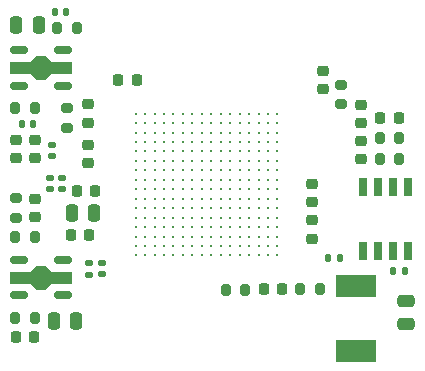
<source format=gbr>
%TF.GenerationSoftware,KiCad,Pcbnew,8.0.4-8.0.4-0~ubuntu20.04.1*%
%TF.CreationDate,2024-10-25T22:34:00+02:00*%
%TF.ProjectId,home_auto,686f6d65-5f61-4757-946f-2e6b69636164,rev?*%
%TF.SameCoordinates,Original*%
%TF.FileFunction,Paste,Top*%
%TF.FilePolarity,Positive*%
%FSLAX46Y46*%
G04 Gerber Fmt 4.6, Leading zero omitted, Abs format (unit mm)*
G04 Created by KiCad (PCBNEW 8.0.4-8.0.4-0~ubuntu20.04.1) date 2024-10-25 22:34:00*
%MOMM*%
%LPD*%
G01*
G04 APERTURE LIST*
G04 Aperture macros list*
%AMRoundRect*
0 Rectangle with rounded corners*
0 $1 Rounding radius*
0 $2 $3 $4 $5 $6 $7 $8 $9 X,Y pos of 4 corners*
0 Add a 4 corners polygon primitive as box body*
4,1,4,$2,$3,$4,$5,$6,$7,$8,$9,$2,$3,0*
0 Add four circle primitives for the rounded corners*
1,1,$1+$1,$2,$3*
1,1,$1+$1,$4,$5*
1,1,$1+$1,$6,$7*
1,1,$1+$1,$8,$9*
0 Add four rect primitives between the rounded corners*
20,1,$1+$1,$2,$3,$4,$5,0*
20,1,$1+$1,$4,$5,$6,$7,0*
20,1,$1+$1,$6,$7,$8,$9,0*
20,1,$1+$1,$8,$9,$2,$3,0*%
%AMFreePoly0*
4,1,13,0.900000,0.500000,2.600000,0.500000,2.600000,-0.500000,0.900000,-0.500000,0.400000,-1.000000,-0.400000,-1.000000,-0.900000,-0.500000,-2.600000,-0.500000,-2.600000,0.500000,-0.900000,0.500000,-0.400000,1.000000,0.400000,1.000000,0.900000,0.500000,0.900000,0.500000,$1*%
G04 Aperture macros list end*
%ADD10RoundRect,0.200000X-0.200000X-0.275000X0.200000X-0.275000X0.200000X0.275000X-0.200000X0.275000X0*%
%ADD11RoundRect,0.250000X-0.250000X-0.475000X0.250000X-0.475000X0.250000X0.475000X-0.250000X0.475000X0*%
%ADD12RoundRect,0.225000X0.250000X-0.225000X0.250000X0.225000X-0.250000X0.225000X-0.250000X-0.225000X0*%
%ADD13RoundRect,0.225000X-0.225000X-0.250000X0.225000X-0.250000X0.225000X0.250000X-0.225000X0.250000X0*%
%ADD14RoundRect,0.200000X0.200000X0.275000X-0.200000X0.275000X-0.200000X-0.275000X0.200000X-0.275000X0*%
%ADD15R,3.400000X1.850000*%
%ADD16RoundRect,0.135000X-0.135000X-0.185000X0.135000X-0.185000X0.135000X0.185000X-0.135000X0.185000X0*%
%ADD17RoundRect,0.225000X-0.250000X0.225000X-0.250000X-0.225000X0.250000X-0.225000X0.250000X0.225000X0*%
%ADD18RoundRect,0.147500X-0.172500X0.147500X-0.172500X-0.147500X0.172500X-0.147500X0.172500X0.147500X0*%
%ADD19RoundRect,0.200000X0.275000X-0.200000X0.275000X0.200000X-0.275000X0.200000X-0.275000X-0.200000X0*%
%ADD20RoundRect,0.140000X-0.140000X-0.170000X0.140000X-0.170000X0.140000X0.170000X-0.140000X0.170000X0*%
%ADD21RoundRect,0.250000X-0.475000X0.250000X-0.475000X-0.250000X0.475000X-0.250000X0.475000X0.250000X0*%
%ADD22RoundRect,0.147500X0.172500X-0.147500X0.172500X0.147500X-0.172500X0.147500X-0.172500X-0.147500X0*%
%ADD23RoundRect,0.250000X0.250000X0.475000X-0.250000X0.475000X-0.250000X-0.475000X0.250000X-0.475000X0*%
%ADD24RoundRect,0.200000X-0.275000X0.200000X-0.275000X-0.200000X0.275000X-0.200000X0.275000X0.200000X0*%
%ADD25R,0.700000X1.525000*%
%ADD26RoundRect,0.175000X-0.575000X-0.175000X0.575000X-0.175000X0.575000X0.175000X-0.575000X0.175000X0*%
%ADD27FreePoly0,0.000000*%
%ADD28RoundRect,0.175000X0.575000X0.175000X-0.575000X0.175000X-0.575000X-0.175000X0.575000X-0.175000X0*%
%ADD29FreePoly0,180.000000*%
%ADD30RoundRect,0.225000X0.225000X0.250000X-0.225000X0.250000X-0.225000X-0.250000X0.225000X-0.250000X0*%
%ADD31RoundRect,0.147500X-0.147500X-0.172500X0.147500X-0.172500X0.147500X0.172500X-0.147500X0.172500X0*%
%ADD32RoundRect,0.140000X0.140000X0.170000X-0.140000X0.170000X-0.140000X-0.170000X0.140000X-0.170000X0*%
%ADD33C,0.320000*%
%ADD34RoundRect,0.140000X-0.170000X0.140000X-0.170000X-0.140000X0.170000X-0.140000X0.170000X0.140000X0*%
G04 APERTURE END LIST*
D10*
%TO.C,R3*%
X107900000Y-96575000D03*
X106250000Y-96575000D03*
%TD*%
D11*
%TO.C,C26*%
X78650000Y-110275000D03*
X80550000Y-110275000D03*
%TD*%
D12*
%TO.C,C24*%
X77075000Y-101500000D03*
X77075000Y-99950000D03*
%TD*%
D13*
%TO.C,C5*%
X107850000Y-93125000D03*
X106300000Y-93125000D03*
%TD*%
D14*
%TO.C,R10*%
X77025000Y-110025000D03*
X75375000Y-110025000D03*
%TD*%
D15*
%TO.C,L1*%
X104225000Y-112847785D03*
X104225000Y-107297785D03*
%TD*%
D16*
%TO.C,R189*%
X101880000Y-104990000D03*
X102900000Y-104990000D03*
%TD*%
D12*
%TO.C,C29*%
X81520000Y-93485000D03*
X81520000Y-91935000D03*
%TD*%
D17*
%TO.C,C8*%
X104625000Y-93550000D03*
X104625000Y-92000000D03*
%TD*%
%TO.C,C15*%
X77070000Y-94945000D03*
X77070000Y-96495000D03*
%TD*%
D18*
%TO.C,L11*%
X82770000Y-105375000D03*
X82770000Y-106345000D03*
%TD*%
D10*
%TO.C,R4*%
X78950000Y-85475000D03*
X80600000Y-85475000D03*
%TD*%
D19*
%TO.C,R6*%
X79775000Y-93925000D03*
X79775000Y-92275000D03*
%TD*%
D20*
%TO.C,C17*%
X78745000Y-84150000D03*
X79705000Y-84150000D03*
%TD*%
D21*
%TO.C,C2*%
X108500000Y-108630000D03*
X108500000Y-110530000D03*
%TD*%
D14*
%TO.C,R13*%
X94875000Y-107690000D03*
X93225000Y-107690000D03*
%TD*%
D22*
%TO.C,L7*%
X79320000Y-99150000D03*
X79320000Y-98180000D03*
%TD*%
D12*
%TO.C,C39*%
X101400000Y-90675000D03*
X101400000Y-89125000D03*
%TD*%
D23*
%TO.C,C16*%
X77380000Y-85225000D03*
X75480000Y-85225000D03*
%TD*%
D17*
%TO.C,C28*%
X81550000Y-95365000D03*
X81550000Y-96915000D03*
%TD*%
D14*
%TO.C,R5*%
X77025000Y-92260000D03*
X75375000Y-92260000D03*
%TD*%
D13*
%TO.C,C51*%
X80575000Y-99250000D03*
X82125000Y-99250000D03*
%TD*%
D24*
%TO.C,R7*%
X102975000Y-91950000D03*
X102975000Y-90300000D03*
%TD*%
D22*
%TO.C,L9*%
X78330000Y-99125000D03*
X78330000Y-98155000D03*
%TD*%
D24*
%TO.C,R12*%
X75450000Y-99900000D03*
X75450000Y-101550000D03*
%TD*%
D12*
%TO.C,C9*%
X104675000Y-95050000D03*
X104675000Y-96600000D03*
%TD*%
D25*
%TO.C,PS1*%
X108600385Y-104362000D03*
X107330385Y-104362000D03*
X106060385Y-104362000D03*
X104790385Y-104362000D03*
X104790385Y-98938000D03*
X106060385Y-98938000D03*
X107330385Y-98938000D03*
X108600385Y-98938000D03*
%TD*%
D10*
%TO.C,R11*%
X75375000Y-103150000D03*
X77025000Y-103150000D03*
%TD*%
D26*
%TO.C,U3*%
X75700000Y-105125000D03*
D27*
X77550000Y-106625000D03*
D26*
X75700000Y-108125000D03*
X79400000Y-108125000D03*
X79400000Y-105125000D03*
%TD*%
D17*
%TO.C,C60*%
X100520000Y-98700000D03*
X100520000Y-100250000D03*
%TD*%
D28*
%TO.C,U1*%
X79425000Y-90350000D03*
D29*
X77575000Y-88850000D03*
D28*
X79425000Y-87350000D03*
X75725000Y-87350000D03*
X75725000Y-90350000D03*
%TD*%
D30*
%TO.C,C27*%
X76975000Y-111675000D03*
X75425000Y-111675000D03*
%TD*%
%TO.C,C36*%
X85655000Y-89920000D03*
X84105000Y-89920000D03*
%TD*%
D12*
%TO.C,C66*%
X100530000Y-103315000D03*
X100530000Y-101765000D03*
%TD*%
D17*
%TO.C,C14*%
X75470000Y-94945000D03*
X75470000Y-96495000D03*
%TD*%
D13*
%TO.C,C57*%
X96455000Y-107590000D03*
X98005000Y-107590000D03*
%TD*%
D31*
%TO.C,L2*%
X75945000Y-93600000D03*
X76915000Y-93600000D03*
%TD*%
D32*
%TO.C,C3*%
X108350000Y-106030000D03*
X107390000Y-106030000D03*
%TD*%
D11*
%TO.C,C25*%
X80150000Y-101125000D03*
X82050000Y-101125000D03*
%TD*%
D14*
%TO.C,R2*%
X106225000Y-94825000D03*
X107875000Y-94825000D03*
%TD*%
D33*
%TO.C,U4*%
X85580000Y-92735000D03*
X86380000Y-92735000D03*
X87180000Y-92735000D03*
X87980000Y-92735000D03*
X88780000Y-92735000D03*
X89580000Y-92735000D03*
X90380000Y-92735000D03*
X91180000Y-92735000D03*
X91980000Y-92735000D03*
X92780000Y-92735000D03*
X93580000Y-92735000D03*
X94380000Y-92735000D03*
X95180000Y-92735000D03*
X95980000Y-92735000D03*
X96780000Y-92735000D03*
X97580000Y-92735000D03*
X85580000Y-93535000D03*
X86380000Y-93535000D03*
X87180000Y-93535000D03*
X87980000Y-93535000D03*
X88780000Y-93535000D03*
X89580000Y-93535000D03*
X90380000Y-93535000D03*
X91180000Y-93535000D03*
X91980000Y-93535000D03*
X92780000Y-93535000D03*
X93580000Y-93535000D03*
X94380000Y-93535000D03*
X95180000Y-93535000D03*
X95980000Y-93535000D03*
X96780000Y-93535000D03*
X97580000Y-93535000D03*
X85580000Y-94335000D03*
X86380000Y-94335000D03*
X87180000Y-94335000D03*
X87980000Y-94335000D03*
X88780000Y-94335000D03*
X89580000Y-94335000D03*
X90380000Y-94335000D03*
X91180000Y-94335000D03*
X91980000Y-94335000D03*
X92780000Y-94335000D03*
X93580000Y-94335000D03*
X94380000Y-94335000D03*
X95180000Y-94335000D03*
X95980000Y-94335000D03*
X96780000Y-94335000D03*
X97580000Y-94335000D03*
X85580000Y-95135000D03*
X86380000Y-95135000D03*
X87180000Y-95135000D03*
X87980000Y-95135000D03*
X88780000Y-95135000D03*
X89580000Y-95135000D03*
X90380000Y-95135000D03*
X91180000Y-95135000D03*
X91980000Y-95135000D03*
X92780000Y-95135000D03*
X93580000Y-95135000D03*
X94380000Y-95135000D03*
X95180000Y-95135000D03*
X95980000Y-95135000D03*
X96780000Y-95135000D03*
X97580000Y-95135000D03*
X85580000Y-95935000D03*
X86380000Y-95935000D03*
X87180000Y-95935000D03*
X87980000Y-95935000D03*
X88780000Y-95935000D03*
X89580000Y-95935000D03*
X90380000Y-95935000D03*
X91180000Y-95935000D03*
X91980000Y-95935000D03*
X92780000Y-95935000D03*
X93580000Y-95935000D03*
X94380000Y-95935000D03*
X95180000Y-95935000D03*
X95980000Y-95935000D03*
X96780000Y-95935000D03*
X97580000Y-95935000D03*
X85580000Y-96735000D03*
X86380000Y-96735000D03*
X87180000Y-96735000D03*
X87980000Y-96735000D03*
X88780000Y-96735000D03*
X89580000Y-96735000D03*
X90380000Y-96735000D03*
X91180000Y-96735000D03*
X91980000Y-96735000D03*
X92780000Y-96735000D03*
X93580000Y-96735000D03*
X94380000Y-96735000D03*
X95180000Y-96735000D03*
X95980000Y-96735000D03*
X96780000Y-96735000D03*
X97580000Y-96735000D03*
X85580000Y-97535000D03*
X86380000Y-97535000D03*
X87180000Y-97535000D03*
X87980000Y-97535000D03*
X88780000Y-97535000D03*
X89580000Y-97535000D03*
X90380000Y-97535000D03*
X91180000Y-97535000D03*
X91980000Y-97535000D03*
X92780000Y-97535000D03*
X93580000Y-97535000D03*
X94380000Y-97535000D03*
X95180000Y-97535000D03*
X95980000Y-97535000D03*
X96780000Y-97535000D03*
X97580000Y-97535000D03*
X85580000Y-98335000D03*
X86380000Y-98335000D03*
X87180000Y-98335000D03*
X87980000Y-98335000D03*
X88780000Y-98335000D03*
X89580000Y-98335000D03*
X90380000Y-98335000D03*
X91180000Y-98335000D03*
X91980000Y-98335000D03*
X92780000Y-98335000D03*
X93580000Y-98335000D03*
X94380000Y-98335000D03*
X95180000Y-98335000D03*
X95980000Y-98335000D03*
X96780000Y-98335000D03*
X97580000Y-98335000D03*
X85580000Y-99135000D03*
X86380000Y-99135000D03*
X87180000Y-99135000D03*
X87980000Y-99135000D03*
X88780000Y-99135000D03*
X89580000Y-99135000D03*
X90380000Y-99135000D03*
X91180000Y-99135000D03*
X91980000Y-99135000D03*
X92780000Y-99135000D03*
X93580000Y-99135000D03*
X94380000Y-99135000D03*
X95180000Y-99135000D03*
X95980000Y-99135000D03*
X96780000Y-99135000D03*
X97580000Y-99135000D03*
X85580000Y-99935000D03*
X86380000Y-99935000D03*
X87180000Y-99935000D03*
X87980000Y-99935000D03*
X88780000Y-99935000D03*
X89580000Y-99935000D03*
X90380000Y-99935000D03*
X91180000Y-99935000D03*
X91980000Y-99935000D03*
X92780000Y-99935000D03*
X93580000Y-99935000D03*
X94380000Y-99935000D03*
X95180000Y-99935000D03*
X95980000Y-99935000D03*
X96780000Y-99935000D03*
X97580000Y-99935000D03*
X85580000Y-100735000D03*
X86380000Y-100735000D03*
X87180000Y-100735000D03*
X87980000Y-100735000D03*
X88780000Y-100735000D03*
X89580000Y-100735000D03*
X90380000Y-100735000D03*
X91180000Y-100735000D03*
X91980000Y-100735000D03*
X92780000Y-100735000D03*
X93580000Y-100735000D03*
X94380000Y-100735000D03*
X95180000Y-100735000D03*
X95980000Y-100735000D03*
X96780000Y-100735000D03*
X97580000Y-100735000D03*
X85580000Y-101535000D03*
X86380000Y-101535000D03*
X87180000Y-101535000D03*
X87980000Y-101535000D03*
X88780000Y-101535000D03*
X89580000Y-101535000D03*
X90380000Y-101535000D03*
X91180000Y-101535000D03*
X91980000Y-101535000D03*
X92780000Y-101535000D03*
X93580000Y-101535000D03*
X94380000Y-101535000D03*
X95180000Y-101535000D03*
X95980000Y-101535000D03*
X96780000Y-101535000D03*
X97580000Y-101535000D03*
X85580000Y-102335000D03*
X86380000Y-102335000D03*
X87180000Y-102335000D03*
X87980000Y-102335000D03*
X88780000Y-102335000D03*
X89580000Y-102335000D03*
X90380000Y-102335000D03*
X91180000Y-102335000D03*
X91980000Y-102335000D03*
X92780000Y-102335000D03*
X93580000Y-102335000D03*
X94380000Y-102335000D03*
X95180000Y-102335000D03*
X95980000Y-102335000D03*
X96780000Y-102335000D03*
X97580000Y-102335000D03*
X85580000Y-103135000D03*
X86380000Y-103135000D03*
X87180000Y-103135000D03*
X87980000Y-103135000D03*
X88780000Y-103135000D03*
X89580000Y-103135000D03*
X90380000Y-103135000D03*
X91180000Y-103135000D03*
X91980000Y-103135000D03*
X92780000Y-103135000D03*
X93580000Y-103135000D03*
X94380000Y-103135000D03*
X95180000Y-103135000D03*
X95980000Y-103135000D03*
X96780000Y-103135000D03*
X97580000Y-103135000D03*
X85580000Y-103935000D03*
X86380000Y-103935000D03*
X87180000Y-103935000D03*
X87980000Y-103935000D03*
X88780000Y-103935000D03*
X89580000Y-103935000D03*
X90380000Y-103935000D03*
X91180000Y-103935000D03*
X91980000Y-103935000D03*
X92780000Y-103935000D03*
X93580000Y-103935000D03*
X94380000Y-103935000D03*
X95180000Y-103935000D03*
X95980000Y-103935000D03*
X96780000Y-103935000D03*
X97580000Y-103935000D03*
X85580000Y-104735000D03*
X86380000Y-104735000D03*
X87180000Y-104735000D03*
X87980000Y-104735000D03*
X88780000Y-104735000D03*
X89580000Y-104735000D03*
X90380000Y-104735000D03*
X91180000Y-104735000D03*
X91980000Y-104735000D03*
X92780000Y-104735000D03*
X93580000Y-104735000D03*
X94380000Y-104735000D03*
X95180000Y-104735000D03*
X95980000Y-104735000D03*
X96780000Y-104735000D03*
X97580000Y-104735000D03*
%TD*%
D13*
%TO.C,C23*%
X80100000Y-103000000D03*
X81650000Y-103000000D03*
%TD*%
D34*
%TO.C,C13*%
X78470000Y-95360000D03*
X78470000Y-96320000D03*
%TD*%
D14*
%TO.C,R190*%
X101155000Y-107600000D03*
X99505000Y-107600000D03*
%TD*%
D18*
%TO.C,L10*%
X81610000Y-105385000D03*
X81610000Y-106355000D03*
%TD*%
M02*

</source>
